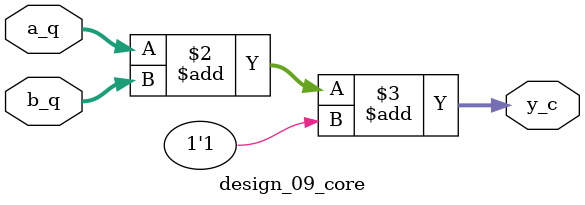
<source format=v>
module design_09_core #(
  parameter W = 20
)(
  input      [W-1:0] a_q,
  input      [W-1:0] b_q,
  output reg [W-1:0] y_c
);
  always @* begin
    y_c = a_q + b_q + 1'b1;
  end
endmodule

</source>
